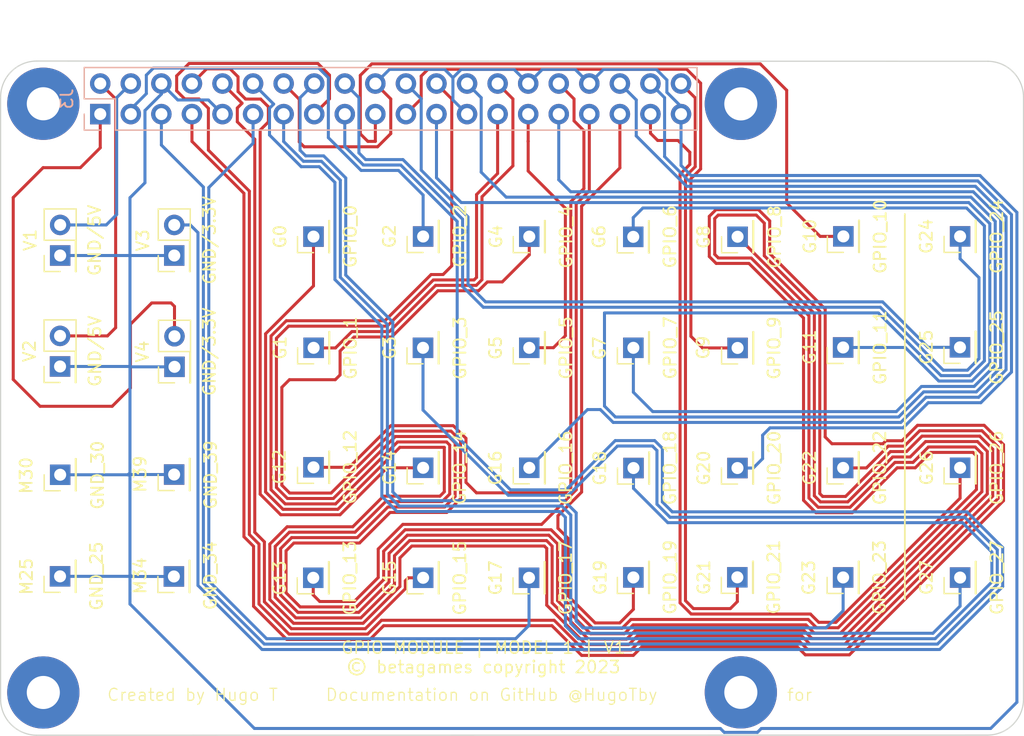
<source format=kicad_pcb>
(kicad_pcb (version 20221018) (generator pcbnew)
  (layers (0 "F.Cu" signal) (31 "B.Cu" signal) (34 "B.Paste" user) (35 "F.Paste" user) (36 "B.SilkS" user "B.Silkscreen") (37 "F.SilkS" user "F.Silkscreen") (38 "B.Mask" user) (39 "F.Mask" user) (44 "Edge.Cuts" user))
  (net 0 "")
  (net 1 "Net-(2-V4-Pin_2)")
  (net 2 "Net-(2-V2-Pin_2)")
  (net 3 "Net-(G2-Pin_1)")
  (net 4 "Net-(2-V1-Pin_2)")
  (net 5 "Net-(G3-Pin_1)")
  (net 6 "Net-(G4-Pin_1)")
  (net 7 "Net-(2-V1-Pin_1)")
  (net 8 "Net-(2-V3-Pin_2)")
  (net 9 "Net-(G10-Pin_1)")
  (net 10 "Net-(G9-Pin_1)")
  (net 11 "Net-(G11-Pin_1)")
  (net 12 "Net-(G8-Pin_1)")
  (net 13 "Net-(G7-Pin_1)")
  (net 14 "Net-(G0-Pin_1)")
  (net 15 "Net-(G1-Pin_1)")
  (net 16 "Net-(G5-Pin_1)")
  (net 17 "Net-(G6-Pin_1)")
  (net 18 "Net-(G12-Pin_1)")
  (net 19 "Net-(G13-Pin_1)")
  (net 20 "Net-(G14-Pin_1)")
  (net 21 "Net-(G15-Pin_1)")
  (net 22 "Net-(G17-Pin_1)")
  (net 23 "Net-(G18-Pin_1)")
  (net 24 "Net-(G27-Pin_1)")
  (net 25 "Net-(G22-Pin_1)")
  (net 26 "Net-(G23-Pin_1)")
  (net 27 "Net-(G24-Pin_1)")
  (net 28 "Net-(G25-Pin_1)")
  (net 29 "Net-(G19-Pin_1)")
  (net 30 "Net-(G16-Pin_1)")
  (net 31 "Net-(G26-Pin_1)")
  (net 32 "Net-(G20-Pin_1)")
  (net 33 "Net-(G21-Pin_1)")
  (footprint "Connector_PinHeader_2.54mm:PinHeader_1x01_P2.54mm_Vertical" (layer "F.Cu") (at 133.97 106.22 90)
    (fp_text reference "G15")
    (fp_text value "GPIO_15")
  )
  (footprint "Connector_PinHeader_2.54mm:PinHeader_1x01_P2.54mm_Vertical" (layer "F.Cu") (at 160.08 106.18 90)
    (fp_text reference "G21")
    (fp_text value "GPIO_21")
  )
  (footprint "Connector_PinHeader_2.54mm:PinHeader_1x01_P2.54mm_Vertical" (layer "F.Cu") (at 133.97 97.08 90)
    (fp_text reference "G14")
    (fp_text value "GPIO_14")
  )
  (footprint "Connector_PinHeader_2.54mm:PinHeader_1x01_P2.54mm_Vertical" (layer "F.Cu") (at 142.79 97.08 90)
    (fp_text reference "G16")
    (fp_text value "GPIO_16")
  )
  (footprint "Connector_PinHeader_2.54mm:PinHeader_1x01_P2.54mm_Vertical" (layer "F.Cu") (at 113.28 97.64 90)
    (fp_text reference "M39")
    (fp_text value "GND_39")
  )
  (footprint "Connector_PinHeader_2.54mm:PinHeader_1x01_P2.54mm_Vertical" (layer "F.Cu") (at 142.77 106.22 90)
    (fp_text reference "G17")
    (fp_text value "GPIO_17")
  )
  (footprint "Connector_PinHeader_2.54mm:PinHeader_1x01_P2.54mm_Vertical" (layer "F.Cu") (at 168.87 97.09 90)
    (fp_text reference "G22")
    (fp_text value "GPIO_22")
  )
  (footprint "Connector_PinHeader_2.54mm:PinHeader_1x01_P2.54mm_Vertical" (layer "F.Cu") (at 124.86 97.04 90)
    (fp_text reference "G12")
    (fp_text value "GPIO_12")
  )
  (footprint "Connector_PinHeader_2.54mm:PinHeader_1x01_P2.54mm_Vertical" (layer "F.Cu") (at 124.87 87.11 90)
    (fp_text reference "G1")
    (fp_text value "GPIO_1")
  )
  (footprint "Connector_PinHeader_2.54mm:PinHeader_1x01_P2.54mm_Vertical" (layer "F.Cu") (at 113.26 106.11 90)
    (fp_text reference "M34")
    (fp_text value "GND_34")
  )
  (footprint "Connector_PinHeader_2.54mm:PinHeader_1x01_P2.54mm_Vertical" (layer "F.Cu") (at 151.44 87.11 90)
    (fp_text reference "G7")
    (fp_text value "GPIO_7")
  )
  (footprint "Connector_PinHeader_2.54mm:PinHeader_1x01_P2.54mm_Vertical" (layer "F.Cu") (at 124.86 77.87 90)
    (fp_text reference "G0")
    (fp_text value "GPIO_0")
  )
  (footprint "Connector_PinHeader_2.54mm:PinHeader_1x01_P2.54mm_Vertical" (layer "F.Cu") (at 160.09 97.1 90)
    (fp_text reference "G20")
    (fp_text value "GPIO_20")
  )
  (footprint "Connector_PinHeader_2.54mm:PinHeader_1x01_P2.54mm_Vertical" (layer "F.Cu") (at 142.79 77.87 90)
    (fp_text reference "G4")
    (fp_text value "GPIO_4")
  )
  (footprint "Connector_PinHeader_2.54mm:PinHeader_1x01_P2.54mm_Vertical" (layer "F.Cu") (at 142.79 87.11 90)
    (fp_text reference "G5")
    (fp_text value "GPIO_5")
  )
  (footprint "Connector_PinHeader_2.54mm:PinHeader_1x01_P2.54mm_Vertical" (layer "F.Cu") (at 133.97 77.86 90)
    (fp_text reference "G2")
    (fp_text value "GPIO_2")
  )
  (footprint "Connector_PinHeader_2.54mm:PinHeader_1x01_P2.54mm_Vertical" (layer "F.Cu") (at 151.44 106.19 90)
    (fp_text reference "G19")
    (fp_text value "GPIO_19")
  )
  (footprint "Connector_PinHeader_2.54mm:PinHeader_1x01_P2.54mm_Vertical" (layer "F.Cu") (at 160.1 87.12 90)
    (fp_text reference "G9")
    (fp_text value "GPIO_9")
  )
  (footprint "Connector_PinHeader_2.54mm:PinHeader_1x01_P2.54mm_Vertical" (layer "F.Cu") (at 168.87 106.19 90)
    (fp_text reference "G23")
    (fp_text value "GPIO_23")
  )
  (footprint "Connector_PinHeader_2.54mm:PinHeader_1x01_P2.54mm_Vertical" (layer "F.Cu") (at 124.84 106.22 90)
    (fp_text reference "G13")
    (fp_text value "GPIO_13")
  )
  (footprint "Connector_PinHeader_2.54mm:PinHeader_1x01_P2.54mm_Vertical" (layer "F.Cu") (at 178.58 87.07 90)
    (fp_text reference "G25")
    (fp_text value "GPIO_25")
  )
  (footprint "Connector_PinHeader_2.54mm:PinHeader_1x01_P2.54mm_Vertical" (layer "F.Cu") (at 178.59 106.2 90)
    (fp_text reference "G27")
    (fp_text value "GPIO_27")
  )
  (footprint "Connector_PinHeader_2.54mm:PinHeader_1x01_P2.54mm_Vertical" (layer "F.Cu") (at 160.1 77.88 90)
    (fp_text reference "G8")
    (fp_text value "GPIO_8")
  )
  (footprint "Connector_PinHeader_2.54mm:PinHeader_1x01_P2.54mm_Vertical" (layer "F.Cu") (at 151.45 97.1 90)
    (fp_text reference "G18")
    (fp_text value "GPIO_18")
  )
  (footprint "Connector_PinHeader_2.54mm:PinHeader_1x01_P2.54mm_Vertical" (layer "F.Cu") (at 151.43 77.89 90)
    (fp_text reference "G6")
    (fp_text value "GPIO_6")
  )
  (footprint "Connector_PinHeader_2.54mm:PinHeader_2x01_P2.54mm_Vertical" (layer "F.Cu") (at 113.29 79.44 90)
    (fp_text reference "V3")
    (fp_text value "GND/3.3V")
  )
  (footprint "Connector_PinHeader_2.54mm:PinHeader_1x01_P2.54mm_Vertical" (layer "F.Cu") (at 133.96 87.11 90)
    (fp_text reference "G3")
    (fp_text value "GPIO_3")
  )
  (footprint "Connector_PinHeader_2.54mm:PinHeader_1x01_P2.54mm_Vertical" (layer "F.Cu") (at 103.81 97.66 90)
    (fp_text reference "M30")
    (fp_text value "GND_30")
  )
  (footprint "Connector_PinHeader_2.54mm:PinHeader_2x01_P2.54mm_Vertical" (layer "F.Cu") (at 103.8 88.66 90)
    (fp_text reference "V2")
    (fp_text value "GND/5V")
  )
  (footprint "Connector_PinHeader_2.54mm:PinHeader_2x01_P2.54mm_Vertical" (layer "F.Cu") (at 103.81 79.44 90)
    (fp_text reference "V1")
    (fp_text value "GND/5V")
  )
  (footprint "Connector_PinHeader_2.54mm:PinHeader_1x01_P2.54mm_Vertical" (layer "F.Cu") (at 178.59 97.08 90)
    (fp_text reference "G26")
    (fp_text value "GPIO_26")
  )
  (footprint "Connector_PinHeader_2.54mm:PinHeader_1x01_P2.54mm_Vertical" (layer "F.Cu") (at 103.8 106.1 90)
    (fp_text reference "M25")
    (fp_text value "GND_25")
  )
  (footprint "Connector_PinHeader_2.54mm:PinHeader_2x01_P2.54mm_Vertical" (layer "F.Cu") (at 113.31 88.69 90)
    (fp_text reference "V4")
    (fp_text value "GND/3.3V")
  )
  (footprint "Connector_PinHeader_2.54mm:PinHeader_1x01_P2.54mm_Vertical" (layer "F.Cu") (at 168.87 87.08 90)
    (fp_text reference "G11")
    (fp_text value "GPIO_11")
  )
  (footprint "Connector_PinHeader_2.54mm:PinHeader_1x01_P2.54mm_Vertical" (layer "F.Cu") (at 168.89 77.85 90)
    (fp_text reference "G10")
    (fp_text value "GPIO_10")
  )
  (footprint "Connector_PinHeader_2.54mm:PinHeader_1x01_P2.54mm_Vertical" (layer "F.Cu") (at 178.59 77.85 90)
    (fp_text reference "G24")
    (fp_text value "GPIO_24")
  )
  (footprint "Connector_PinSocket_2.54mm:PinSocket_2x20_P2.54mm_Vertical" (layer "B.Cu") (at 107.14 67.69 -90)
    (fp_text reference "J3")
    (fp_text value "Raspberry_Pi_2_3")
  )
  (gr_line (start 174 76) (end 174 108) (stroke (width 0.15)) (layer "F.SilkS"))
  (gr_line (start 180.87 119.29) (end 101.839897 119.300264) (stroke (width 0.1)) (layer "Edge.Cuts"))
  (gr_arc (start 180.909872 63.299447) (mid 182.974148 64.164545) (end 183.86 66.22) (stroke (width 0.1)) (layer "Edge.Cuts"))
  (gr_line (start 101.87 63.28) (end 180.909872 63.299447) (stroke (width 0.1)) (layer "Edge.Cuts"))
  (gr_line (start 183.86 66.22) (end 183.859795 116.269951) (stroke (width 0.1)) (layer "Edge.Cuts"))
  (gr_arc (start 98.86 66.29) (mid 99.741609 64.161609) (end 101.87 63.28) (stroke (width 0.1)) (layer "Edge.Cuts"))
  (gr_arc (start 183.859795 116.269951) (mid 182.991832 118.400643) (end 180.87 119.29) (stroke (width 0.1)) (layer "Edge.Cuts"))
  (gr_arc (start 101.839897 119.300264) (mid 99.748362 118.425708) (end 98.86 116.34) (stroke (width 0.1)) (layer "Edge.Cuts"))
  (gr_line (start 98.86 116.34) (end 98.86 66.29) (stroke (width 0.1)) (layer "Edge.Cuts"))
  (gr_text "GPIO MODULE | MODEL 1 | V1\n© betagames copyright 2023" (at 138.98 114.22) (layer "F.SilkS") (effects (font (size 1 1) (thickness 0.13)) (justify bottom)))
  (gr_text "Documentation on GitHub @HugoTby" (at 125.81 116.53) (layer "F.SilkS") (effects (font (size 1 1) (thickness 0.1)) (justify left bottom)))
  (gr_text "for" (at 164.14 116.53) (layer "F.SilkS") (effects (font (size 1 1) (thickness 0.1)) (justify left bottom)))
  (gr_text "Created by Hugo T" (at 107.65 116.53) (layer "F.SilkS") (effects (font (size 1 1) (thickness 0.1)) (justify left bottom)))
  (via (at 160.37 66.84) (size 6) (drill 2.75) (layers "F.Cu" "B.Cu") (net 0))
  (via (at 102.41 66.83) (size 6) (drill 2.75) (layers "F.Cu" "B.Cu") (net 0))
  (via (at 160.37 115.74) (size 6) (drill 2.75) (layers "F.Cu" "B.Cu") (net 0))
  (via (at 102.41 115.75) (size 6) (drill 2.75) (layers "F.Cu" "B.Cu") (net 0))
  (segment (start 111.42 83.38) (end 113.02 83.38) (width 0.25) (layer "F.Cu") (net 1))
  (segment (start 108.13 91.97) (end 109.65 90.45) (width 0.25) (layer "F.Cu") (net 1))
  (segment (start 105.49 72.14) (end 102.39 72.14) (width 0.25) (layer "F.Cu") (net 1))
  (segment (start 107.14 70.49) (end 105.49 72.14) (width 0.25) (layer "F.Cu") (net 1))
  (segment (start 99.91 89.74) (end 102.14 91.97) (width 0.25) (layer "F.Cu") (net 1))
  (segment (start 107.14 67.69) (end 107.14 70.49) (width 0.25) (layer "F.Cu") (net 1))
  (segment (start 99.91 74.62) (end 99.91 89.74) (width 0.25) (layer "F.Cu") (net 1))
  (segment (start 102.39 72.14) (end 99.91 74.62) (width 0.25) (layer "F.Cu") (net 1))
  (segment (start 113.02 83.38) (end 113.31 83.67) (width 0.25) (layer "F.Cu") (net 1))
  (segment (start 113.31 83.67) (end 113.31 86.15) (width 0.25) (layer "F.Cu") (net 1))
  (segment (start 102.14 91.97) (end 108.13 91.97) (width 0.25) (layer "F.Cu") (net 1))
  (segment (start 109.65 90.45) (end 109.65 85.15) (width 0.25) (layer "F.Cu") (net 1))
  (segment (start 109.65 85.15) (end 111.42 83.38) (width 0.25) (layer "F.Cu") (net 1))
  (segment (start 107.74 86.12) (end 103.8 86.12) (width 0.25) (layer "F.Cu") (net 2))
  (segment (start 108.42 85.44) (end 107.74 86.12) (width 0.25) (layer "F.Cu") (net 2))
  (segment (start 108.42 66.43) (end 108.42 85.44) (width 0.25) (layer "F.Cu") (net 2))
  (segment (start 107.14 65.15) (end 108.42 66.43) (width 0.25) (layer "F.Cu") (net 2))
  (segment (start 111.56 63.86) (end 110.97 64.45) (width 0.25) (layer "B.Cu") (net 3))
  (segment (start 125.291701 63.86) (end 111.56 63.86) (width 0.25) (layer "B.Cu") (net 3))
  (segment (start 109.68 67.28) (end 109.68 67.69) (width 0.25) (layer "B.Cu") (net 3))
  (segment (start 128.817208 72.37) (end 126.095 69.647792) (width 0.25) (layer "B.Cu") (net 3))
  (segment (start 126.095 64.663299) (end 125.291701 63.86) (width 0.25) (layer "B.Cu") (net 3))
  (segment (start 133.97 77.86) (end 133.97 74.416396) (width 0.25) (layer "B.Cu") (net 3))
  (segment (start 110.97 65.99) (end 109.68 67.28) (width 0.25) (layer "B.Cu") (net 3))
  (segment (start 110.97 64.45) (end 110.97 65.99) (width 0.25) (layer "B.Cu") (net 3))
  (segment (start 126.095 69.647792) (end 126.095 64.663299) (width 0.25) (layer "B.Cu") (net 3))
  (segment (start 133.97 74.416396) (end 131.923604 72.37) (width 0.25) (layer "B.Cu") (net 3))
  (segment (start 131.923604 72.37) (end 128.817208 72.37) (width 0.25) (layer "B.Cu") (net 3))
  (segment (start 109.68 65.15) (end 108.505 66.325) (width 0.25) (layer "B.Cu") (net 4))
  (segment (start 107.64 76.9) (end 103.81 76.9) (width 0.25) (layer "B.Cu") (net 4))
  (segment (start 108.505 66.325) (end 108.505 76.035) (width 0.25) (layer "B.Cu") (net 4))
  (segment (start 108.505 76.035) (end 107.64 76.9) (width 0.25) (layer "B.Cu") (net 4))
  (segment (start 181.68 106.756396) (end 181.68 103.893604) (width 0.25) (layer "B.Cu") (net 5))
  (segment (start 115.71 73.75) (end 115.71 106.666396) (width 0.25) (layer "B.Cu") (net 5))
  (segment (start 181.68 103.893604) (end 178.976396 101.19) (width 0.25) (layer "B.Cu") (net 5))
  (segment (start 115.71 106.666396) (end 120.773604 111.73) (width 0.25) (layer "B.Cu") (net 5))
  (segment (start 153.023604 95.27) (end 150.12 95.27) (width 0.25) (layer "B.Cu") (net 5))
  (segment (start 154.486396 101.19) (end 153.4 100.103604) (width 0.25) (layer "B.Cu") (net 5))
  (segment (start 178.976396 101.19) (end 154.486396 101.19) (width 0.25) (layer "B.Cu") (net 5))
  (segment (start 120.773604 111.73) (end 176.706396 111.73) (width 0.25) (layer "B.Cu") (net 5))
  (segment (start 133.96 92.28) (end 133.96 87.11) (width 0.25) (layer "B.Cu") (net 5))
  (segment (start 112.22 70.26) (end 115.71 73.75) (width 0.25) (layer "B.Cu") (net 5))
  (segment (start 153.4 95.646396) (end 153.023604 95.27) (width 0.25) (layer "B.Cu") (net 5))
  (segment (start 153.4 100.103604) (end 153.4 95.646396) (width 0.25) (layer "B.Cu") (net 5))
  (segment (start 176.706396 111.73) (end 181.68 106.756396) (width 0.25) (layer "B.Cu") (net 5))
  (segment (start 150.12 95.27) (end 146.03 99.36) (width 0.25) (layer "B.Cu") (net 5))
  (segment (start 146.03 99.36) (end 141.04 99.36) (width 0.25) (layer "B.Cu") (net 5))
  (segment (start 141.04 99.36) (end 133.96 92.28) (width 0.25) (layer "B.Cu") (net 5))
  (segment (start 112.22 67.69) (end 112.22 70.26) (width 0.25) (layer "B.Cu") (net 5))
  (segment (start 182.200406 99.812386) (end 169.392792 112.62) (width 0.25) (layer "F.Cu") (net 6))
  (segment (start 122.23 90.39) (end 122.23 98.527208) (width 0.25) (layer "F.Cu") (net 6))
  (segment (start 166.610812 100.81) (end 165.58 99.779188) (width 0.25) (layer "F.Cu") (net 6))
  (segment (start 119.08 102.806396) (end 119.08 74.275) (width 0.25) (layer "F.Cu") (net 6))
  (segment (start 175.047208 93.55) (end 180.59198 93.55) (width 0.25) (layer "F.Cu") (net 6))
  (segment (start 128.235 86.21) (end 127.07 87.375) (width 0.25) (layer "F.Cu") (net 6))
  (segment (start 131.473604 94.03) (end 136.289188 94.03) (width 0.25) (layer "F.Cu") (net 6))
  (segment (start 157.75 79.526396) (end 157.75 76.183604) (width 0.25) (layer "F.Cu") (net 6))
  (segment (start 137.08 94.820812) (end 137.08 99.646396) (width 0.25) (layer "F.Cu") (net 6))
  (segment (start 129.54198 111.35) (end 122.644416 111.35) (width 0.25) (layer "F.Cu") (net 6))
  (segment (start 144.602792 102.23) (end 145.59 103.217208) (width 0.25) (layer "F.Cu") (net 6))
  (segment (start 165.034416 111.93) (end 152.17198 111.93) (width 0.25) (layer "F.Cu") (net 6))
  (segment (start 150.5 110.42) (end 151.24 109.68) (width 0.25) (layer "F.Cu") (net 6))
  (segment (start 130.69198 110.2) (end 129.54198 111.35) (width 0.25) (layer "F.Cu") (net 6))
  (segment (start 126.323604 99.18) (end 131.473604 94.03) (width 0.25) (layer "F.Cu") (net 6))
  (segment (start 139.31 81.632792) (end 138.572792 82.37) (width 0.25) (layer "F.Cu") (net 6))
  (segment (start 119.88 103.606396) (end 119.08 102.806396) (width 0.25) (layer "F.Cu") (net 6))
  (segment (start 137.08 99.646396) (end 135.936396 100.79) (width 0.25) (layer "F.Cu") (net 6))
  (segment (start 168.460812 110.37) (end 179.950406 98.880406) (width 0.25) (layer "F.Cu") (net 6))
  (segment (start 136.289188 94.03) (end 137.08 94.820812) (width 0.25) (layer "F.Cu") (net 6))
  (segment (start 123.229188 103.33) (end 122.58 103.979188) (width 0.25) (layer "F.Cu") (net 6))
  (segment (start 166.656396 110.37) (end 168.460812 110.37) (width 0.25) (layer "F.Cu") (net 6))
  (segment (start 131.225584 100.79) (end 128.685584 103.33) (width 0.25) (layer "F.Cu") (net 6))
  (segment (start 176.146396 95.8) (end 174.866396 97.08) (width 0.25) (layer "F.Cu") (net 6))
  (segment (start 152.17198 111.93) (end 151.43198 112.67) (width 0.25) (layer "F.Cu") (net 6))
  (segment (start 151.43198 112.67) (end 147.144416 112.67) (width 0.25) (layer "F.Cu") (net 6))
  (segment (start 119.88 108.585584) (end 119.88 103.606396) (width 0.25) (layer "F.Cu") (net 6))
  (segment (start 142.79 79.39) (end 140.547208 81.632792) (width 0.25) (layer "F.Cu") (net 6))
  (segment (start 147.144416 112.67) (end 144.674416 110.2) (width 0.25) (layer "F.Cu") (net 6))
  (segment (start 165.724416 112.62) (end 165.034416 111.93) (width 0.25) (layer "F.Cu") (net 6))
  (segment (start 172.430812 94.83) (end 173.767208 94.83) (width 0.25) (layer "F.Cu") (net 6))
  (segment (start 145.59 103.217208) (end 145.59 107.933604) (width 0.25) (layer "F.Cu") (net 6))
  (segment (start 158.303604 75.63) (end 161.836396 75.63) (width 0.25) (layer "F.Cu") (net 6))
  (segment (start 161.836396 75.63) (end 162.77 76.563604) (width 0.25) (layer "F.Cu") (net 6))
  (segment (start 173.767208 94.83) (end 175.047208 93.55) (width 0.25) (layer "F.Cu") (net 6))
  (segment (start 165.58 99.779188) (end 165.58 84.632792) (width 0.25) (layer "F.Cu") (net 6))
  (segment (start 126.67 89.76) (end 122.86 89.76) (width 0.25) (layer "F.Cu") (net 6))
  (segment (start 114.76 69.955) (end 114.76 67.7) (width 0.25) (layer "F.Cu") (net 6))
  (segment (start 169.632792 100.81) (end 166.610812 100.81) (width 0.25) (layer "F.Cu") (net 6))
  (segment (start 162.77 79.273604) (end 167.38 83.883604) (width 0.25) (layer "F.Cu") (net 6))
  (segment (start 144.674416 110.2) (end 130.69198 110.2) (width 0.25) (layer "F.Cu") (net 6))
  (segment (start 142.79 77.87) (end 142.79 79.39) (width 0.25) (layer "F.Cu") (net 6))
  (segment (start 122.644416 111.35) (end 119.88 108.585584) (width 0.25) (layer "F.Cu") (net 6))
  (segment (start 128.433604 108.64) (end 130.69 106.383604) (width 0.25) (layer "F.Cu") (net 6))
  (segment (start 131.352792 86.21) (end 128.235 86.21) (width 0.25) (layer "F.Cu") (net 6))
  (segment (start 174.866396 97.08) (end 173.362792 97.08) (width 0.25) (layer "F.Cu") (net 6))
  (segment (start 122.58 107.467208) (end 123.752792 108.64) (width 0.25) (layer "F.Cu") (net 6))
  (segment (start 169.392792 112.62) (end 165.724416 112.62) (width 0.25) (layer "F.Cu") (net 6))
  (segment (start 167.38 94.52) (end 167.94 95.08) (width 0.25) (layer "F.Cu") (net 6))
  (segment (start 179.950406 96.090406) (end 179.66 95.8) (width 0.25) (layer "F.Cu") (net 6))
  (segment (start 128.685584 103.33) (end 123.229188 103.33) (width 0.25) (layer "F.Cu") (net 6))
  (segment (start 132.470812 102.23) (end 144.602792 102.23) (width 0.25) (layer "F.Cu") (net 6))
  (segment (start 123.752792 108.64) (end 128.433604 108.64) (width 0.25) (layer "F.Cu") (net 6))
  (segment (start 148.076396 110.42) (end 150.5 110.42) (width 0.25) (layer "F.Cu") (net 6))
  (segment (start 135.192792 82.37) (end 131.352792 86.21) (width 0.25) (layer "F.Cu") (net 6))
  (segment (start 151.24 109.68) (end 165.966396 109.68) (width 0.25) (layer "F.Cu") (net 6))
  (segment (start 165.966396 109.68) (end 166.656396 110.37) (width 0.25) (layer "F.Cu") (net 6))
  (segment (start 122.23 98.527208) (end 122.882792 99.18) (width 0.25) (layer "F.Cu") (net 6))
  (segment (start 179.66 95.8) (end 176.146396 95.8) (width 0.25) (layer "F.Cu") (net 6))
  (segment (start 122.86 89.76) (end 122.23 90.39) (width 0.25) (layer "F.Cu") (net 6))
  (segment (start 140.547208 81.632792) (end 139.31 81.632792) (width 0.25) (layer "F.Cu") (net 6))
  (segment (start 119.08 74.275) (end 114.76 69.955) (width 0.25) (layer "F.Cu") (net 6))
  (segment (start 180.59198 93.55) (end 182.200406 95.158426) (width 0.25) (layer "F.Cu") (net 6))
  (segment (start 122.882792 99.18) (end 126.323604 99.18) (width 0.25) (layer "F.Cu") (net 6))
  (segment (start 127.07 87.375) (end 127.07 89.36) (width 0.25) (layer "F.Cu") (net 6))
  (segment (start 122.58 103.979188) (end 122.58 107.467208) (width 0.25) (layer "F.Cu") (net 6))
  (segment (start 127.07 89.36) (end 126.67 89.76) (width 0.25) (layer "F.Cu") (net 6))
  (segment (start 167.38 83.883604) (end 167.38 94.52) (width 0.25) (layer "F.Cu") (net 6))
  (segment (start 182.200406 95.158426) (end 182.200406 99.812386) (width 0.25) (layer "F.Cu") (net 6))
  (segment (start 135.936396 100.79) (end 131.225584 100.79) (width 0.25) (layer "F.Cu") (net 6))
  (segment (start 167.94 95.08) (end 172.180812 95.08) (width 0.25) (layer "F.Cu") (net 6))
  (segment (start 138.572792 82.37) (end 135.192792 82.37) (width 0.25) (layer "F.Cu") (net 6))
  (segment (start 130.69 106.383604) (end 130.69 104.010812) (width 0.25) (layer "F.Cu") (net 6))
  (segment (start 172.180812 95.08) (end 172.430812 94.83) (width 0.25) (layer "F.Cu") (net 6))
  (segment (start 165.58 84.632792) (end 161.04401 80.096802) (width 0.25) (layer "F.Cu") (net 6))
  (segment (start 130.69 104.010812) (end 132.470812 102.23) (width 0.25) (layer "F.Cu") (net 6))
  (segment (start 173.362792 97.08) (end 169.632792 100.81) (width 0.25) (layer "F.Cu") (net 6))
  (segment (start 157.75 76.183604) (end 158.303604 75.63) (width 0.25) (layer "F.Cu") (net 6))
  (segment (start 162.77 76.563604) (end 162.77 79.273604) (width 0.25) (layer "F.Cu") (net 6))
  (segment (start 145.59 107.933604) (end 148.076396 110.42) (width 0.25) (layer "F.Cu") (net 6))
  (segment (start 158.320406 80.096802) (end 157.75 79.526396) (width 0.25) (layer "F.Cu") (net 6))
  (segment (start 161.04401 80.096802) (end 158.320406 80.096802) (width 0.25) (layer "F.Cu") (net 6))
  (segment (start 179.950406 98.880406) (end 179.950406 96.090406) (width 0.25) (layer "F.Cu") (net 6))
  (segment (start 122.38 65.16) (end 123.68 66.46) (width 0.25) (layer "F.Cu") (net 7))
  (segment (start 123.68 66.46) (end 123.68 70.005) (width 0.25) (layer "F.Cu") (net 7))
  (segment (start 131.28 66.43) (end 130 65.15) (width 0.25) (layer "F.Cu") (net 7))
  (segment (start 131.28 69.311396) (end 131.28 66.43) (width 0.25) (layer "F.Cu") (net 7))
  (segment (start 124.08 70.405) (end 130.186396 70.405) (width 0.25) (layer "F.Cu") (net 7))
  (segment (start 123.68 70.005) (end 124.08 70.405) (width 0.25) (layer "F.Cu") (net 7))
  (segment (start 130.186396 70.405) (end 131.28 69.311396) (width 0.25) (layer "F.Cu") (net 7))
  (segment (start 155.4 71.95) (end 156.24 72.79) (width 0.25) (layer "B.Cu") (net 7))
  (segment (start 113.31 88.69) (end 109.63 88.69) (width 0.25) (layer "B.Cu") (net 7))
  (segment (start 154.225 64.853299) (end 154.225 65.878604) (width 0.25) (layer "B.Cu") (net 7))
  (segment (start 109.61 97.5) (end 109.61 105.96) (width 0.25) (layer "B.Cu") (net 7))
  (segment (start 112.22 65.15) (end 113.585 66.515) (width 0.25) (layer "B.Cu") (net 7))
  (segment (start 109.61 74.64) (end 109.61 79.42) (width 0.25) (layer "B.Cu") (net 7))
  (segment (start 103.8 106.1) (end 109.6 106.1) (width 0.25) (layer "B.Cu") (net 7))
  (segment (start 131.175 63.975) (end 130 65.15) (width 0.25) (layer "B.Cu") (net 7))
  (segment (start 109.6 106.1) (end 109.61 106.11) (width 0.25) (layer "B.Cu") (net 7))
  (segment (start 141.525 63.975) (end 137.133299 63.975) (width 0.25) (layer "B.Cu") (net 7))
  (segment (start 109.76 106.11) (end 109.61 105.96) (width 0.25) (layer "B.Cu") (net 7))
  (segment (start 142.7 65.15) (end 141.525 63.975) (width 0.25) (layer "B.Cu") (net 7))
  (segment (start 154.225 65.878604) (end 155.4 67.053604) (width 0.25) (layer "B.Cu") (net 7))
  (segment (start 147.78 65.15) (end 148.955 63.975) (width 0.25) (layer "B.Cu") (net 7))
  (segment (start 155.4 67.69) (end 155.4 71.95) (width 0.25) (layer "B.Cu") (net 7))
  (segment (start 113.28 97.64) (end 109.47 97.64) (width 0.25) (layer "B.Cu") (net 7))
  (segment (start 119.95 118.74) (end 109.61 108.4) (width 0.25) (layer "B.Cu") (net 7))
  (segment (start 146.605 63.975) (end 143.875 63.975) (width 0.25) (layer "B.Cu") (net 7))
  (segment (start 113.29 79.44) (end 109.63 79.44) (width 0.25) (layer "B.Cu") (net 7))
  (segment (start 109.59 79.44) (end 109.61 79.42) (width 0.25) (layer "B.Cu") (net 7))
  (segment (start 181.13 118.74) (end 162.072261 118.74) (width 0.25) (layer "B.Cu") (net 7))
  (segment (start 162.072261 118.74) (end 161.747261 119.065) (width 0.25) (layer "B.Cu") (net 7))
  (segment (start 183.31 75.85802) (end 183.31 116.56) (width 0.25) (layer "B.Cu") (net 7))
  (segment (start 136.445 66.515) (end 137.62 67.69) (width 0.25) (layer "B.Cu") (net 7))
  (segment (start 110.855 73.395) (end 109.61 74.64) (width 0.25) (layer "B.Cu") (net 7))
  (segment (start 109.63 79.44) (end 109.61 79.42) (width 0.25) (layer "B.Cu") (net 7))
  (segment (start 109.6 88.66) (end 109.61 88.65) (width 0.25) (layer "B.Cu") (net 7))
  (segment (start 113.585 66.515) (end 116.125 66.515) (width 0.25) (layer "B.Cu") (net 7))
  (segment (start 109.63 88.69) (end 109.6 88.66) (width 0.25) (layer "B.Cu") (net 7))
  (segment (start 155.4 67.053604) (end 155.4 67.69) (width 0.25) (layer "B.Cu") (net 7))
  (segment (start 103.81 79.44) (end 109.59 79.44) (width 0.25) (layer "B.Cu") (net 7))
  (segment (start 156.24 72.79) (end 180.24198 72.79) (width 0.25) (layer "B.Cu") (net 7))
  (segment (start 109.61 105.96) (end 109.61 106.11) (width 0.25) (layer "B.Cu") (net 7))
  (segment (start 112.22 65.15) (end 112.22 66.028299) (width 0.25) (layer "B.Cu") (net 7))
  (segment (start 148.955 63.975) (end 153.346701 63.975) (width 0.25) (layer "B.Cu") (net 7))
  (segment (start 147.78 65.15) (end 146.605 63.975) (width 0.25) (layer "B.Cu") (net 7))
  (segment (start 158.992739 119.065) (end 158.667739 118.74) (width 0.25) (layer "B.Cu") (net 7))
  (segment (start 103.81 97.66) (end 109.45 97.66) (width 0.25) (layer "B.Cu") (net 7))
  (segment (start 109.61 88.65) (end 109.61 97.5) (width 0.25) (layer "B.Cu") (net 7))
  (segment (start 183.31 116.56) (end 181.13 118.74) (width 0.25) (layer "B.Cu") (net 7))
  (segment (start 137.133299 63.975) (end 136.445 64.663299) (width 0.25) (layer "B.Cu") (net 7))
  (segment (start 143.875 63.975) (end 142.7 65.15) (width 0.25) (layer "B.Cu") (net 7))
  (segment (start 136.445 64.663299) (end 135.756701 63.975) (width 0.25) (layer "B.Cu") (net 7))
  (segment (start 109.61 79.42) (end 109.61 88.65) (width 0.25) (layer "B.Cu") (net 7))
  (segment (start 109.61 108.4) (end 109.61 106.11) (width 0.25) (layer "B.Cu") (net 7))
  (segment (start 153.346701 63.975) (end 154.225 64.853299) (width 0.25) (layer "B.Cu") (net 7))
  (segment (start 103.8 88.66) (end 109.6 88.66) (width 0.25) (layer "B.Cu") (net 7))
  (segment (start 109.47 97.64) (end 109.45 97.66) (width 0.25) (layer "B.Cu") (net 7))
  (segment (start 180.24198 72.79) (end 183.31 75.85802) (width 0.25) (layer "B.Cu") (net 7))
  (segment (start 136.445 64.663299) (end 136.445 66.515) (width 0.25) (layer "B.Cu") (net 7))
  (segment (start 116.125 66.515) (end 117.3 67.69) (width 0.25) (layer "B.Cu") (net 7))
  (segment (start 135.756701 63.975) (end 131.175 63.975) (width 0.25) (layer "B.Cu") (net 7))
  (segment (start 158.667739 118.74) (end 119.95 118.74) (width 0.25) (layer "B.Cu") (net 7))
  (segment (start 161.747261 119.065) (end 158.992739 119.065) (width 0.25) (layer "B.Cu") (net 7))
  (segment (start 112.22 66.028299) (end 110.855 67.393299) (width 0.25) (layer "B.Cu") (net 7))
  (segment (start 110.855 67.393299) (end 110.855 73.395) (width 0.25) (layer "B.Cu") (net 7))
  (segment (start 113.26 106.11) (end 109.76 106.11) (width 0.25) (layer "B.Cu") (net 7))
  (segment (start 109.45 97.66) (end 109.61 97.5) (width 0.25) (layer "B.Cu") (net 7))
  (segment (start 127.46 67.69) (end 127.46 70.376396) (width 0.25) (layer "B.Cu") (net 8))
  (segment (start 153.21 94.82) (end 153.85 95.46) (width 0.25) (layer "B.Cu") (net 8))
  (segment (start 149.933604 94.82) (end 153.21 94.82) (width 0.25) (layer "B.Cu") (net 8))
  (segment (start 115.26 106.852792) (end 115.26 77.54) (width 0.25) (layer "B.Cu") (net 8))
  (segment (start 129.003604 71.92) (end 132.11 71.92) (width 0.25) (layer "B.Cu") (net 8))
  (segment (start 153.85 99.917208) (end 154.672792 100.74) (width 0.25) (layer "B.Cu") (net 8))
  (segment (start 115.26 77.54) (end 114.6 76.88) (width 0.25) (layer "B.Cu") (net 8))
  (segment (start 136.8 76.61) (end 136.8 94.483604) (width 0.25) (layer "B.Cu") (net 8))
  (segment (start 153.85 95.46) (end 153.85 99.917208) (width 0.25) (layer "B.Cu") (net 8))
  (segment (start 145.843604 98.91) (end 149.933604 94.82) (width 0.25) (layer "B.Cu") (net 8))
  (segment (start 182.13 103.707208) (end 182.13 106.942792) (width 0.25) (layer "B.Cu") (net 8))
  (segment (start 114.6 76.88) (end 114.58 76.9) (width 0.25) (layer "B.Cu") (net 8))
  (segment (start 182.13 106.942792) (end 176.892792 112.18) (width 0.25) (layer "B.Cu") (net 8))
  (segment (start 141.226396 98.91) (end 145.843604 98.91) (width 0.25) (layer "B.Cu") (net 8))
  (segment (start 154.672792 100.74) (end 179.162792 100.74) (width 0.25) (layer "B.Cu") (net 8))
  (segment (start 127.46 70.376396) (end 129.003604 71.92) (width 0.25) (layer "B.Cu") (net 8))
  (segment (start 114.58 76.9) (end 113.29 76.9) (width 0.25) (layer "B.Cu") (net 8))
  (segment (start 179.162792 100.74) (end 182.13 103.707208) (width 0.25) (layer "B.Cu") (net 8))
  (segment (start 136.8 94.483604) (end 141.226396 98.91) (width 0.25) (layer "B.Cu") (net 8))
  (segment (start 120.587208 112.18) (end 115.26 106.852792) (width 0.25) (layer "B.Cu") (net 8))
  (segment (start 176.892792 112.18) (end 120.587208 112.18) (width 0.25) (layer "B.Cu") (net 8))
  (segment (start 132.11 71.92) (end 136.8 76.61) (width 0.25) (layer "B.Cu") (net 8))
  (segment (start 168.89 77.85) (end 166.96 77.85) (width 0.25) (layer "F.Cu") (net 9))
  (segment (start 164.18 65.71) (end 161.985 63.515) (width 0.25) (layer "F.Cu") (net 9))
  (segment (start 129.705 63.515) (end 128.75 64.47) (width 0.25) (layer "F.Cu") (net 9))
  (segment (start 128.75 69.33) (end 129.375 69.955) (width 0.25) (layer "F.Cu") (net 9))
  (segment (start 130 69.955) (end 130 67.7) (width 0.25) (layer "F.Cu") (net 9))
  (segment (start 128.75 64.47) (end 128.75 69.33) (width 0.25) (layer "F.Cu") (net 9))
  (segment (start 129.375 69.955) (end 130 69.955) (width 0.25) (layer "F.Cu") (net 9))
  (segment (start 166.96 77.85) (end 164.18 75.07) (width 0.25) (layer "F.Cu") (net 9))
  (segment (start 164.18 75.07) (end 164.18 65.71) (width 0.25) (layer "F.Cu") (net 9))
  (segment (start 161.985 63.515) (end 129.705 63.515) (width 0.25) (layer "F.Cu") (net 9))
  (segment (start 157.19 87.12) (end 156.22 86.15) (width 0.25) (layer "F.Cu") (net 10))
  (segment (start 133.81 66.42) (end 132.54 67.69) (width 0.25) (layer "F.Cu") (net 10))
  (segment (start 133.81 64.53) (end 133.81 66.42) (width 0.25) (layer "F.Cu") (net 10))
  (segment (start 134.375 63.965) (end 133.81 64.53) (width 0.25) (layer "F.Cu") (net 10))
  (segment (start 157.03 72.246396) (end 157.03 65.118299) (width 0.25) (layer "F.Cu") (net 10))
  (segment (start 156.22 73.056396) (end 157.03 72.246396) (width 0.25) (layer "F.Cu") (net 10))
  (segment (start 160.1 87.12) (end 157.19 87.12) (width 0.25) (layer "F.Cu") (net 10))
  (segment (start 155.876701 63.965) (end 134.375 63.965) (width 0.25) (layer "F.Cu") (net 10))
  (segment (start 157.03 65.118299) (end 155.876701 63.965) (width 0.25) (layer "F.Cu") (net 10))
  (segment (start 156.22 86.15) (end 156.22 73.056396) (width 0.25) (layer "F.Cu") (net 10))
  (segment (start 168.87 87.08) (end 174.03 87.08) (width 0.25) (layer "B.Cu") (net 11))
  (segment (start 135.08 72.980812) (end 135.08 67.69) (width 0.25) (layer "B.Cu") (net 11))
  (segment (start 181.06 88.38) (end 181.06 76.79) (width 0.25) (layer "B.Cu") (net 11))
  (segment (start 174.03 87.08) (end 176.82 89.87) (width 0.25) (layer "B.Cu") (net 11))
  (segment (start 181.06 76.79) (end 179.31 75.04) (width 0.25) (layer "B.Cu") (net 11))
  (segment (start 179.31 75.04) (end 137.139188 75.04) (width 0.25) (layer "B.Cu") (net 11))
  (segment (start 179.57 89.87) (end 181.06 88.38) (width 0.25) (layer "B.Cu") (net 11))
  (segment (start 137.139188 75.04) (end 135.08 72.980812) (width 0.25) (layer "B.Cu") (net 11))
  (segment (start 176.82 89.87) (end 179.57 89.87) (width 0.25) (layer "B.Cu") (net 11))
  (segment (start 135.08 65.16) (end 136.35 66.43) (width 0.25) (layer "F.Cu") (net 12))
  (segment (start 166.983604 99.91) (end 166.48 99.406396) (width 0.25) (layer "F.Cu") (net 12))
  (segment (start 128.796396 109.55) (end 131.59 106.756396) (width 0.25) (layer "F.Cu") (net 12))
  (segment (start 175.723604 94.9) (end 174.443604 96.18) (width 0.25) (layer "F.Cu") (net 12))
  (segment (start 126.696396 100.08) (end 131.846396 94.93) (width 0.25) (layer "F.Cu") (net 12))
  (segment (start 174.443604 96.18) (end 172.99 96.18) (width 0.25) (layer "F.Cu") (net 12))
  (segment (start 135.63 81.02) (end 134.633604 81.02) (width 0.25) (layer "F.Cu") (net 12))
  (segment (start 136.35 80.3) (end 135.63 81.02) (width 0.25) (layer "F.Cu") (net 12))
  (segment (start 136.35 66.43) (end 136.35 80.3) (width 0.25) (layer "F.Cu") (net 12))
  (segment (start 122.856396 102.43) (end 121.68 103.606396) (width 0.25) (layer "F.Cu") (net 12))
  (segment (start 130.852792 99.89) (end 128.312792 102.43) (width 0.25) (layer "F.Cu") (net 12))
  (segment (start 128.312792 102.43) (end 122.856396 102.43) (width 0.25) (layer "F.Cu") (net 12))
  (segment (start 135.916396 94.93) (end 136.18 95.193604) (width 0.25) (layer "F.Cu") (net 12))
  (segment (start 166.283604 111.27) (end 168.833604 111.27) (width 0.25) (layer "F.Cu") (net 12))
  (segment (start 166.48 99.406396) (end 166.48 84.26) (width 0.25) (layer "F.Cu") (net 12))
  (segment (start 166.48 84.26) (end 160.1 77.88) (width 0.25) (layer "F.Cu") (net 12))
  (segment (start 122.6 84.86) (end 121.33 86.13) (width 0.25) (layer "F.Cu") (net 12))
  (segment (start 121.33 86.13) (end 121.33 98.9) (width 0.25) (layer "F.Cu") (net 12))
  (segment (start 132.843604 103.13) (end 144.23 103.13) (width 0.25) (layer "F.Cu") (net 12))
  (segment (start 172.99 96.18) (end 169.26 99.91) (width 0.25) (layer "F.Cu") (net 12))
  (segment (start 136.18 95.193604) (end 136.18 99.26) (width 0.25) (layer "F.Cu") (net 12))
  (segment (start 130.793604 84.86) (end 122.6 84.86) (width 0.25) (layer "F.Cu") (net 12))
  (segment (start 144.69 103.59) (end 144.69 108.306396) (width 0.25) (layer "F.Cu") (net 12))
  (segment (start 180.850406 99.253198) (end 180.850406 95.717614) (width 0.25) (layer "F.Cu") (net 12))
  (segment (start 121.68 107.84) (end 123.39 109.55) (width 0.25) (layer "F.Cu") (net 12))
  (segment (start 122.51 100.08) (end 126.696396 100.08) (width 0.25) (layer "F.Cu") (net 12))
  (segment (start 150.872792 111.32) (end 151.612792 110.58) (width 0.25) (layer "F.Cu") (net 12))
  (segment (start 144.23 103.13) (end 144.69 103.59) (width 0.25) (layer "F.Cu") (net 12))
  (segment (start 147.703604 111.32) (end 150.872792 111.32) (width 0.25) (layer "F.Cu") (net 12))
  (segment (start 180.850406 95.717614) (end 180.032792 94.9) (width 0.25) (layer "F.Cu") (net 12))
  (segment (start 121.33 98.9) (end 122.51 100.08) (width 0.25) (layer "F.Cu") (net 12))
  (segment (start 165.593604 110.58) (end 166.283604 111.27) (width 0.25) (layer "F.Cu") (net 12))
  (segment (start 123.39 109.55) (end 128.796396 109.55) (width 0.25) (layer "F.Cu") (net 12))
  (segment (start 134.633604 81.02) (end 130.793604 84.86) (width 0.25) (layer "F.Cu") (net 12))
  (segment (start 169.26 99.91) (end 166.983604 99.91) (width 0.25) (layer "F.Cu") (net 12))
  (segment (start 135.55 99.89) (end 130.852792 99.89) (width 0.25) (layer "F.Cu") (net 12))
  (segment (start 144.69 108.306396) (end 147.703604 111.32) (width 0.25) (layer "F.Cu") (net 12))
  (segment (start 131.59 104.383604) (end 132.843604 103.13) (width 0.25) (layer "F.Cu") (net 12))
  (segment (start 136.18 99.26) (end 135.55 99.89) (width 0.25) (layer "F.Cu") (net 12))
  (segment (start 168.833604 111.27) (end 180.850406 99.253198) (width 0.25) (layer "F.Cu") (net 12))
  (segment (start 151.612792 110.58) (end 165.593604 110.58) (width 0.25) (layer "F.Cu") (net 12))
  (segment (start 180.032792 94.9) (end 175.723604 94.9) (width 0.25) (layer "F.Cu") (net 12))
  (segment (start 121.68 103.606396) (end 121.68 107.84) (width 0.25) (layer "F.Cu") (net 12))
  (segment (start 131.59 106.756396) (end 131.59 104.383604) (width 0.25) (layer "F.Cu") (net 12))
  (segment (start 131.846396 94.93) (end 135.916396 94.93) (width 0.25) (layer "F.Cu") (net 12))
  (segment (start 181.51 88.566396) (end 181.51 76.603604) (width 0.25) (layer "B.Cu") (net 13))
  (segment (start 151.44 87.11) (end 151.44 90.8) (width 0.25) (layer "B.Cu") (net 13))
  (segment (start 179.756396 90.32) (end 181.51 88.566396) (width 0.25) (layer "B.Cu") (net 13))
  (segment (start 138.795 72.515) (end 138.795 66.325) (width 0.25) (layer "B.Cu") (net 13))
  (segment (start 175.380812 90.32) (end 179.756396 90.32) (width 0.25) (layer "B.Cu") (net 13))
  (segment (start 153.05 92.41) (end 173.290812 92.41) (width 0.25) (layer "B.Cu") (net 13))
  (segment (start 181.51 76.603604) (end 179.496396 74.59) (width 0.25) (layer "B.Cu") (net 13))
  (segment (start 140.87 74.59) (end 138.795 72.515) (width 0.25) (layer "B.Cu") (net 13))
  (segment (start 138.795 66.325) (end 137.62 65.15) (width 0.25) (layer "B.Cu") (net 13))
  (segment (start 179.496396 74.59) (end 140.87 74.59) (width 0.25) (layer "B.Cu") (net 13))
  (segment (start 173.290812 92.41) (end 175.380812 90.32) (width 0.25) (layer "B.Cu") (net 13))
  (segment (start 151.44 90.8) (end 153.05 92.41) (width 0.25) (layer "B.Cu") (net 13))
  (segment (start 175.96 95.35) (end 179.846396 95.35) (width 0.25) (layer "F.Cu") (net 14))
  (segment (start 138.2 81.47) (end 138.41 81.26) (width 0.25) (layer "F.Cu") (net 14))
  (segment (start 140.16 72.623604) (end 140.16 67.7) (width 0.25) (layer "F.Cu") (net 14))
  (segment (start 124.86 77.87) (end 124.86 81.963604) (width 0.25) (layer "F.Cu") (net 14))
  (segment (start 136.63 95.007208) (end 136.102792 94.48) (width 0.25) (layer "F.Cu") (net 14))
  (segment (start 166.097208 111.72) (end 169.02 111.72) (width 0.25) (layer "F.Cu") (net 14))
  (segment (start 173.176396 96.63) (end 174.68 96.63) (width 0.25) (layer "F.Cu") (net 14))
  (segment (start 138.41 81.26) (end 138.41 74.373604) (width 0.25) (layer "F.Cu") (net 14))
  (segment (start 128.62 109.09) (end 123.566396 109.09) (width 0.25) (layer "F.Cu") (net 14))
  (segment (start 180.400406 99.066802) (end 168.647208 110.82) (width 0.25) (layer "F.Cu") (net 14))
  (segment (start 121.78 86.316396) (end 122.786396 85.31) (width 0.25) (layer "F.Cu") (net 14))
  (segment (start 128.126396 101.98) (end 122.67 101.98) (width 0.25) (layer "F.Cu") (net 14))
  (segment (start 130.98 85.31) (end 134.82 81.47) (width 0.25) (layer "F.Cu") (net 14))
  (segment (start 161.65 76.08) (end 158.49 76.08) (width 0.25) (layer "F.Cu") (net 14))
  (segment (start 144.24 108.492792) (end 147.517208 111.77) (width 0.25) (layer "F.Cu") (net 14))
  (segment (start 180.400406 95.90401) (end 180.400406 99.066802) (width 0.25) (layer "F.Cu") (net 14))
  (segment (start 120.88 99.086396) (end 122.323604 100.53) (width 0.25) (layer "F.Cu") (net 14))
  (segment (start 168.647208 110.82) (end 166.47 110.82) (width 0.25) (layer "F.Cu") (net 14))
  (segment (start 124.86 81.963604) (end 120.88 85.943604) (width 0.25) (layer "F.Cu") (net 14))
  (segment (start 151.059188 111.77) (end 151.799188 111.03) (width 0.25) (layer "F.Cu") (net 14))
  (segment (start 136.102792 94.48) (end 131.66 94.48) (width 0.25) (layer "F.Cu") (net 14))
  (segment (start 181.300406 99.439594) (end 181.300406 95.531218) (width 0.25) (layer "F.Cu") (net 14))
  (segment (start 138.41 74.373604) (end 140.16 72.623604) (width 0.25) (layer "F.Cu") (net 14))
  (segment (start 175.42 94.45) (end 174.14 95.73) (width 0.25) (layer "F.Cu") (net 14))
  (segment (start 169.446396 100.36) (end 173.176396 96.63) (width 0.25) (layer "F.Cu") (net 14))
  (segment (start 122.67 101.98) (end 121.23 103.42) (width 0.25) (layer "F.Cu") (net 14))
  (segment (start 135.73 99.073604) (end 135.363604 99.44) (width 0.25) (layer "F.Cu") (net 14))
  (segment (start 135.363604 99.44) (end 130.666396 99.44) (width 0.25) (layer "F.Cu") (net 14))
  (segment (start 144.416396 102.68) (end 132.657208 102.68) (width 0.25) (layer "F.Cu") (net 14))
  (segment (start 145.14 103.403604) (end 144.416396 102.68) (width 0.25) (layer "F.Cu") (net 14))
  (segment (start 169.02 111.72) (end 181.300406 99.439594) (width 0.25) (layer "F.Cu") (net 14))
  (segment (start 172.803604 95.73) (end 169.073604 99.46) (width 0.25) (layer "F.Cu") (net 14))
  (segment (start 126.882792 100.53) (end 132.032792 95.38) (width 0.25) (layer "F.Cu") (net 14))
  (segment (start 166.93 99.22) (end 166.93 93.11) (width 0.25) (layer "F.Cu") (net 14))
  (segment (start 130.666396 99.44) (end 128.126396 101.98) (width 0.25) (layer "F.Cu") (net 14))
  (segment (start 166.93 93.11) (end 166.93 84.07) (width 0.25) (layer "F.Cu") (net 14))
  (segment (start 165.78 110.13) (end 151.426396 110.13) (width 0.25) (layer "F.Cu") (net 14))
  (segment (start 133.03 103.58) (end 144.043604 103.58) (width 0.25) (layer "F.Cu") (net 14))
  (segment (start 144.24 103.776396) (end 144.24 108.492792) (width 0.25) (layer "F.Cu") (net 14))
  (segment (start 151.799188 111.03) (end 165.407208 111.03) (width 0.25) (layer "F.Cu") (net 14))
  (segment (start 122.786396 85.31) (end 130.98 85.31) (width 0.25) (layer "F.Cu") (net 14))
  (segment (start 136.63 99.46) (end 136.63 95.007208) (width 0.25) (layer "F.Cu") (net 14))
  (segment (start 145.14 108.12) (end 145.14 103.403604) (width 0.25) (layer "F.Cu") (net 14))
  (segment (start 158.2 79.34) (end 158.506802 79.646802) (width 0.25) (layer "F.Cu") (net 14))
  (segment (start 158.506802 79.646802) (end 161.230406 79.646802) (width 0.25) (layer "F.Cu") (net 14))
  (segment (start 166.03 84.446396) (end 166.03 99.592792) (width 0.25) (layer "F.Cu") (net 14))
  (segment (start 131.14 106.57) (end 128.62 109.09) (width 0.25) (layer "F.Cu") (net 14))
  (segment (start 158.2 76.37) (end 158.2 79.34) (width 0.25) (layer "F.Cu") (net 14))
  (segment (start 167.17 99.46) (end 166.93 99.22) (width 0.25) (layer "F.Cu") (net 14))
  (segment (start 166.03 99.592792) (end 166.797208 100.36) (width 0.25) (layer "F.Cu") (net 14))
  (segment (start 131.14 104.197208) (end 131.14 106.57) (width 0.25) (layer "F.Cu") (net 14))
  (segment (start 147.89 110.87) (end 145.14 108.12) (width 0.25) (layer "F.Cu") (net 14))
  (segment (start 165.407208 111.03) (end 166.097208 111.72) (width 0.25) (layer "F.Cu") (net 14))
  (segment (start 123.042792 102.88) (end 128.499188 102.88) (width 0.25) (layer "F.Cu") (net 14))
  (segment (start 158.49 76.08) (end 158.2 76.37) (width 0.25) (layer "F.Cu") (net 14))
  (segment (start 128.982792 110) (end 132.04 106.942792) (width 0.25) (layer "F.Cu") (net 14))
  (segment (start 122.323604 100.53) (end 126.882792 100.53) (width 0.25) (layer "F.Cu") (net 14))
  (segment (start 147.517208 111.77) (end 151.059188 111.77) (width 0.25) (layer "F.Cu") (net 14))
  (segment (start 135.75 100.34) (end 136.63 99.46) (width 0.25) (layer "F.Cu") (net 14))
  (segment (start 135.73 95.38) (end 135.73 99.073604) (width 0.25) (layer "F.Cu") (net 14))
  (segment (start 132.657208 102.68) (end 131.14 104.197208) (width 0.25) (layer "F.Cu") (net 14))
  (segment (start 174.68 96.63) (end 175.96 95.35) (width 0.25) (layer "F.Cu") (net 14))
  (segment (start 132.032792 95.38) (end 135.73 95.38) (width 0.25) (layer "F.Cu") (net 14))
  (segment (start 166.93 84.07) (end 162.32 79.46) (width 0.25) (layer "F.Cu") (net 14))
  (segment (start 121.23 108.026396) (end 123.203604 110) (width 0.25) (layer "F.Cu") (net 14))
  (segment (start 179.846396 95.35) (end 180.400406 95.90401) (width 0.25) (layer "F.Cu") (net 14))
  (segment (start 181.300406 95.531218) (end 180.219188 94.45) (width 0.25) (layer "F.Cu") (net 14))
  (segment (start 161.230406 79.646802) (end 166.03 84.446396) (width 0.25) (layer "F.Cu") (net 14))
  (segment (start 128.499188 102.88) (end 131.039188 100.34) (width 0.25) (layer "F.Cu") (net 14))
  (segment (start 180.219188 94.45) (end 175.42 94.45) (width 0.25) (layer "F.Cu") (net 14))
  (segment (start 121.23 103.42) (end 121.23 108.026396) (width 0.25) (layer "F.Cu") (net 14))
  (segment (start 174.14 95.73) (end 172.803604 95.73) (width 0.25) (layer "F.Cu") (net 14))
  (segment (start 122.13 107.653604) (end 122.13 103.792792) (width 0.25) (layer "F.Cu") (net 14))
  (segment (start 122.13 103.792792) (end 123.042792 102.88) (width 0.25) (layer "F.Cu") (net 14))
  (segment (start 166.47 110.82) (end 165.78 110.13) (width 0.25) (layer "F.Cu") (net 14))
  (segment (start 150.686396 110.87) (end 147.89 110.87) (width 0.25) (layer "F.Cu") (net 14))
  (segment (start 120.88 85.943604) (end 120.88 99.086396) (width 0.25) (layer "F.Cu") (net 14))
  (segment (start 131.66 94.48) (end 126.51 99.63) (width 0.25) (layer "F.Cu") (net 14))
  (segment (start 131.039188 100.34) (end 135.75 100.34) (width 0.25) (layer "F.Cu") (net 14))
  (segment (start 166.93 93.11) (end 166.93 93.07) (width 0.25) (layer "F.Cu") (net 14))
  (segment (start 162.32 76.75) (end 161.65 76.08) (width 0.25) (layer "F.Cu") (net 14))
  (segment (start 123.566396 109.09) (end 122.13 107.653604) (width 0.25) (layer "F.Cu") (net 14))
  (segment (start 122.696396 99.63) (end 121.78 98.713604) (width 0.25) (layer "F.Cu") (net 14))
  (segment (start 144.043604 103.58) (end 144.24 103.776396) (width 0.25) (layer "F.Cu") (net 14))
  (segment (start 151.426396 110.13) (end 150.686396 110.87) (width 0.25) (layer "F.Cu") (net 14))
  (segment (start 132.04 104.57) (end 133.03 103.58) (width 0.25) (layer "F.Cu") (net 14))
  (segment (start 121.78 98.713604) (end 121.78 86.316396) (width 0.25) (layer "F.Cu") (net 14))
  (segment (start 123.203604 110) (end 128.982792 110) (width 0.25) (layer "F.Cu") (net 14))
  (segment (start 134.82 81.47) (end 138.2 81.47) (width 0.25) (layer "F.Cu") (net 14))
  (segment (start 166.797208 100.36) (end 169.446396 100.36) (width 0.25) (layer "F.Cu") (net 14))
  (segment (start 169.073604 99.46) (end 167.17 99.46) (width 0.25) (layer "F.Cu") (net 14))
  (segment (start 132.04 106.942792) (end 132.04 104.57) (width 0.25) (layer "F.Cu") (net 14))
  (segment (start 126.51 99.63) (end 122.696396 99.63) (width 0.25) (layer "F.Cu") (net 14))
  (segment (start 162.32 79.46) (end 162.32 76.75) (width 0.25) (layer "F.Cu") (net 14))
  (segment (start 138.86 74.56) (end 138.86 81.446396) (width 0.25) (layer "F.Cu") (net 15))
  (segment (start 128.048604 85.76) (end 126.688604 87.12) (width 0.25) (layer "F.Cu") (net 15))
  (segment (start 138.386396 81.92) (end 135.006396 81.92) (width 0.25) (layer "F.Cu") (net 15))
  (segment (start 138.86 81.446396) (end 138.386396 81.92) (width 0.25) (layer "F.Cu") (net 15))
  (segment (start 140.16 65.16) (end 141.43 66.43) (width 0.25) (layer "F.Cu") (net 15))
  (segment (start 131.166396 85.76) (end 128.048604 85.76) (width 0.25) (layer "F.Cu") (net 15))
  (segment (start 135.006396 81.92) (end 131.166396 85.76) (width 0.25) (layer "F.Cu") (net 15))
  (segment (start 124.88 87.12) (end 124.87 87.11) (width 0.25) (layer "F.Cu") (net 15))
  (segment (start 141.43 66.43) (end 141.43 71.99) (width 0.25) (layer "F.Cu") (net 15))
  (segment (start 141.43 71.99) (end 138.86 74.56) (width 0.25) (layer "F.Cu") (net 15))
  (segment (start 126.688604 87.12) (end 124.88 87.12) (width 0.25) (layer "F.Cu") (net 15))
  (segment (start 142.7 67.7) (end 142.7 69.945) (width 0.25) (layer "F.Cu") (net 16))
  (segment (start 145.79 86.11) (end 145.79 75.51) (width 0.25) (layer "F.Cu") (net 16))
  (segment (start 144.8 87.1) (end 145.79 86.11) (width 0.25) (layer "F.Cu") (net 16))
  (segment (start 142.79 87.11) (end 142.8 87.1) (width 0.25) (layer "F.Cu") (net 16))
  (segment (start 145.79 75.51) (end 142.7 72.42) (width 0.25) (layer "F.Cu") (net 16))
  (segment (start 142.7 69.945) (end 142.69 69.955) (width 0.25) (layer "F.Cu") (net 16))
  (segment (start 142.8 87.1) (end 144.8 87.1) (width 0.25) (layer "F.Cu") (net 16))
  (segment (start 142.7 72.42) (end 142.7 69.945) (width 0.25) (layer "F.Cu") (net 16))
  (segment (start 177.006396 89.42) (end 171.796396 84.21) (width 0.25) (layer "B.Cu") (net 17))
  (segment (start 179.123604 75.49) (end 180.61 76.976396) (width 0.25) (layer "B.Cu") (net 17))
  (segment (start 149.95 92.86) (end 173.477208 92.86) (width 0.25) (layer "B.Cu") (net 17))
  (segment (start 151.43 76.29) (end 152.23 75.49) (width 0.25) (layer "B.Cu") (net 17))
  (segment (start 180.61 88.193604) (end 179.383604 89.42) (width 0.25) (layer "B.Cu") (net 17))
  (segment (start 179.942792 90.77) (end 181.96 88.752792) (width 0.25) (layer "B.Cu") (net 17))
  (segment (start 180.61 76.976396) (end 180.61 88.193604) (width 0.25) (layer "B.Cu") (net 17))
  (segment (start 149.04 91.95) (end 149.95 92.86) (width 0.25) (layer "B.Cu") (net 17))
  (segment (start 173.477208 92.86) (end 175.567208 90.77) (width 0.25) (layer "B.Cu") (net 17))
  (segment (start 179.682792 74.14) (end 146.23 74.14) (width 0.25) (layer "B.Cu") (net 17))
  (segment (start 179.383604 89.42) (end 177.006396 89.42) (width 0.25) (layer "B.Cu") (net 17))
  (segment (start 171.796396 84.21) (end 149.04 84.21) (width 0.25) (layer "B.Cu") (net 17))
  (segment (start 151.43 77.89) (end 151.43 76.29) (width 0.25) (layer "B.Cu") (net 17))
  (segment (start 146.23 74.14) (end 145.24 73.15) (width 0.25) (layer "B.Cu") (net 17))
  (segment (start 152.23 75.49) (end 179.123604 75.49) (width 0.25) (layer "B.Cu") (net 17))
  (segment (start 149.04 84.21) (end 149.04 91.95) (width 0.25) (layer "B.Cu") (net 17))
  (segment (start 181.96 76.417208) (end 179.682792 74.14) (width 0.25) (layer "B.Cu") (net 17))
  (segment (start 145.24 73.15) (end 145.24 67.69) (width 0.25) (layer "B.Cu") (net 17))
  (segment (start 181.96 88.752792) (end 181.96 76.417208) (width 0.25) (layer "B.Cu") (net 17))
  (segment (start 175.567208 90.77) (end 179.942792 90.77) (width 0.25) (layer "B.Cu") (net 17))
  (segment (start 145.803604 99.16) (end 146.24 98.723604) (width 0.25) (layer "F.Cu") (net 18))
  (segment (start 146.24 74.967208) (end 147.33 73.877208) (width 0.25) (layer "F.Cu") (net 18))
  (segment (start 146.51 68.25) (end 146.51 66.43) (width 0.25) (layer "F.Cu") (net 18))
  (segment (start 127.827208 97.04) (end 131.287208 93.58) (width 0.25) (layer "F.Cu") (net 18))
  (segment (start 146.24 98.723604) (end 146.24 74.967208) (width 0.25) (layer "F.Cu") (net 18))
  (segment (start 146.51 66.43) (end 145.24 65.16) (width 0.25) (layer "F.Cu") (net 18))
  (segment (start 131.287208 93.58) (end 136.475584 93.58) (width 0.25) (layer "F.Cu") (net 18))
  (segment (start 137.53 98.29) (end 138.4 99.16) (width 0.25) (layer "F.Cu") (net 18))
  (segment (start 138.4 99.16) (end 145.803604 99.16) (width 0.25) (layer "F.Cu") (net 18))
  (segment (start 147.33 73.877208) (end 147.33 69.07) (width 0.25) (layer "F.Cu") (net 18))
  (segment (start 124.86 97.04) (end 127.827208 97.04) (width 0.25) (layer "F.Cu") (net 18))
  (segment (start 136.475584 93.58) (end 137.53 94.634416) (width 0.25) (layer "F.Cu") (net 18))
  (segment (start 147.33 69.07) (end 146.51 68.25) (width 0.25) (layer "F.Cu") (net 18))
  (segment (start 137.53 94.634416) (end 137.53 98.29) (width 0.25) (layer "F.Cu") (net 18))
  (segment (start 124.84 107.63) (end 124.83 107.64) (width 0.25) (layer "F.Cu") (net 19))
  (segment (start 130.24 106.197208) (end 130.24 103.824416) (width 0.25) (layer "F.Cu") (net 19))
  (segment (start 130.24 103.824416) (end 132.284416 101.78) (width 0.25) (layer "F.Cu") (net 19))
  (segment (start 124.83 107.64) (end 125.38 108.19) (width 0.25) (layer "F.Cu") (net 19))
  (segment (start 146.69 75.153604) (end 147.78 74.063604) (width 0.25) (layer "F.Cu") (net 19))
  (segment (start 143.82 101.78) (end 146.69 98.91) (width 0.25) (layer "F.Cu") (net 19))
  (segment (start 125.38 108.19) (end 128.247208 108.19) (width 0.25) (layer "F.Cu") (net 19))
  (segment (start 147.78 74.063604) (end 147.78 67.7) (width 0.25) (layer "F.Cu") (net 19))
  (segment (start 128.247208 108.19) (end 130.24 106.197208) (width 0.25) (layer "F.Cu") (net 19))
  (segment (start 124.84 106.22) (end 124.84 107.63) (width 0.25) (layer "F.Cu") (net 19))
  (segment (start 146.69 98.91) (end 146.69 75.153604) (width 0.25) (layer "F.Cu") (net 19))
  (segment (start 132.284416 101.78) (end 143.82 101.78) (width 0.25) (layer "F.Cu") (net 19))
  (segment (start 122.137208 100.98) (end 120.43 99.272792) (width 0.25) (layer "F.Cu") (net 20))
  (segment (start 130.969188 97.08) (end 127.069188 100.98) (width 0.25) (layer "F.Cu") (net 20))
  (segment (start 133.97 97.08) (end 130.969188 97.08) (width 0.25) (layer "F.Cu") (net 20))
  (segment (start 120.43 99.272792) (end 120.43 69.02) (width 0.25) (layer "F.Cu") (net 20))
  (segment (start 118.59 64.588299) (end 117.931701 63.93) (width 0.25) (layer "F.Cu") (net 20))
  (segment (start 119.216396 66.44) (end 118.59 65.813604) (width 0.25) (layer "F.Cu") (net 20))
  (segment (start 117.931701 63.93) (end 115.98 63.93) (width 0.25) (layer "F.Cu") (net 20))
  (segment (start 121.11 67.08) (end 120.47 66.44) (width 0.25) (layer "F.Cu") (net 20))
  (segment (start 120.47 66.44) (end 119.216396 66.44) (width 0.25) (layer "F.Cu") (net 20))
  (segment (start 118.59 65.813604) (end 118.59 64.588299) (width 0.25) (layer "F.Cu") (net 20))
  (segment (start 121.11 68.34) (end 121.11 67.08) (width 0.25) (layer "F.Cu") (net 20))
  (segment (start 127.069188 100.98) (end 122.137208 100.98) (width 0.25) (layer "F.Cu") (net 20))
  (segment (start 115.98 63.93) (end 114.76 65.15) (width 0.25) (layer "F.Cu") (net 20))
  (segment (start 120.43 69.02) (end 121.11 68.34) (width 0.25) (layer "F.Cu") (net 20))
  (segment (start 133.97 106.22) (end 132.74 106.22) (width 0.25) (layer "F.Cu") (net 21))
  (segment (start 123.017208 110.45) (end 120.78 108.212792) (width 0.25) (layer "F.Cu") (net 21))
  (segment (start 120.78 108.212792) (end 120.78 103.233604) (width 0.25) (layer "F.Cu") (net 21))
  (segment (start 119.98 69.78) (end 118.53 68.33) (width 0.25) (layer "F.Cu") (net 21))
  (segment (start 120.78 103.233604) (end 119.98 102.433604) (width 0.25) (layer "F.Cu") (net 21))
  (segment (start 118.925 66.785) (end 117.3 65.16) (width 0.25) (layer "F.Cu") (net 21))
  (segment (start 132.49 107.129188) (end 129.169188 110.45) (width 0.25) (layer "F.Cu") (net 21))
  (segment (start 129.169188 110.45) (end 123.017208 110.45) (width 0.25) (layer "F.Cu") (net 21))
  (segment (start 118.53 68.33) (end 118.53 67.18) (width 0.25) (layer "F.Cu") (net 21))
  (segment (start 132.74 106.22) (end 132.49 106.47) (width 0.25) (layer "F.Cu") (net 21))
  (segment (start 132.49 106.47) (end 132.49 107.129188) (width 0.25) (layer "F.Cu") (net 21))
  (segment (start 118.53 67.18) (end 118.925 66.785) (width 0.25) (layer "F.Cu") (net 21))
  (segment (start 119.98 102.433604) (end 119.98 69.78) (width 0.25) (layer "F.Cu") (net 21))
  (segment (start 142.77 110.17) (end 141.66 111.28) (width 0.25) (layer "B.Cu") (net 22))
  (segment (start 116.16 73.79) (end 119.84 70.11) (width 0.25) (layer "B.Cu") (net 22))
  (segment (start 116.16 106.48) (end 116.16 73.79) (width 0.25) (layer "B.Cu") (net 22))
  (segment (start 142.77 106.22) (end 142.77 110.17) (width 0.25) (layer "B.Cu") (net 22))
  (segment (start 119.84 70.11) (end 119.84 67.69) (width 0.25) (layer "B.Cu") (net 22))
  (segment (start 141.66 111.28) (end 120.96 111.28) (width 0.25) (layer "B.Cu") (net 22))
  (segment (start 120.96 111.28) (end 116.16 106.48) (width 0.25) (layer "B.Cu") (net 22))
  (segment (start 119.53 68) (end 119.84 67.69) (width 0.25) (layer "B.Cu") (net 22))
  (segment (start 121.549149 66.859149) (end 119.84 65.15) (width 0.25) (layer "B.Cu") (net 23))
  (segment (start 121.205 69.427792) (end 121.205 67.203299) (width 0.25) (layer "B.Cu") (net 23))
  (segment (start 145.79 110.202792) (end 145.79 101.19) (width 0.25) (layer "B.Cu") (net 23))
  (segment (start 151.45 97.1) (end 151.45 98.79) (width 0.25) (layer "B.Cu") (net 23))
  (segment (start 121.205 67.203299) (end 121.549149 66.859149) (width 0.25) (layer "B.Cu") (net 23))
  (segment (start 178.79 101.64) (end 181.23 104.08) (width 0.25) (layer "B.Cu") (net 23))
  (segment (start 176.52 111.28) (end 146.867208 111.28) (width 0.25) (layer "B.Cu") (net 23))
  (segment (start 126.64 81.436396) (end 126.64 73.366396) (width 0.25) (layer "B.Cu") (net 23))
  (segment (start 151.45 98.79) (end 154.3 101.64) (width 0.25) (layer "B.Cu") (net 23))
  (segment (start 145.31 100.71) (end 131.797208 100.71) (width 0.25) (layer "B.Cu") (net 23))
  (segment (start 154.3 101.64) (end 178.79 101.64) (width 0.25) (layer "B.Cu") (net 23))
  (segment (start 131.797208 100.71) (end 130.54 99.452792) (width 0.25) (layer "B.Cu") (net 23))
  (segment (start 130.54 85.336396) (end 126.64 81.436396) (width 0.25) (layer "B.Cu") (net 23))
  (segment (start 181.23 104.08) (end 181.23 106.57) (width 0.25) (layer "B.Cu") (net 23))
  (segment (start 126.64 73.366396) (end 125.333604 72.06) (width 0.25) (layer "B.Cu") (net 23))
  (segment (start 146.867208 111.28) (end 145.79 110.202792) (width 0.25) (layer "B.Cu") (net 23))
  (segment (start 145.79 101.19) (end 145.31 100.71) (width 0.25) (layer "B.Cu") (net 23))
  (segment (start 125.333604 72.06) (end 123.837208 72.06) (width 0.25) (layer "B.Cu") (net 23))
  (segment (start 130.54 99.452792) (end 130.54 85.336396) (width 0.25) (layer "B.Cu") (net 23))
  (segment (start 123.837208 72.06) (end 121.205 69.427792) (width 0.25) (layer "B.Cu") (net 23))
  (segment (start 181.23 106.57) (end 176.52 111.28) (width 0.25) (layer "B.Cu") (net 23))
  (segment (start 145.496396 100.26) (end 131.983604 100.26) (width 0.25) (layer "B.Cu") (net 24))
  (segment (start 176.333604 110.83) (end 147.053604 110.83) (width 0.25) (layer "B.Cu") (net 24))
  (segment (start 124.023604 71.61) (end 122.38 69.966396) (width 0.25) (layer "B.Cu") (net 24))
  (segment (start 178.59 108.573604) (end 176.333604 110.83) (width 0.25) (layer "B.Cu") (net 24))
  (segment (start 146.24 101.003604) (end 145.496396 100.26) (width 0.25) (layer "B.Cu") (net 24))
  (segment (start 122.38 69.966396) (end 122.38 67.69) (width 0.25) (layer "B.Cu") (net 24))
  (segment (start 127.09 81.25) (end 127.09 73.18) (width 0.25) (layer "B.Cu") (net 24))
  (segment (start 125.52 71.61) (end 124.023604 71.61) (width 0.25) (layer "B.Cu") (net 24))
  (segment (start 146.24 110.016396) (end 146.24 101.003604) (width 0.25) (layer "B.Cu") (net 24))
  (segment (start 178.59 106.2) (end 178.59 108.573604) (width 0.25) (layer "B.Cu") (net 24))
  (segment (start 131 85.16) (end 127.09 81.25) (width 0.25) (layer "B.Cu") (net 24))
  (segment (start 127.09 73.18) (end 125.52 71.61) (width 0.25) (layer "B.Cu") (net 24))
  (segment (start 147.053604 110.83) (end 146.24 110.016396) (width 0.25) (layer "B.Cu") (net 24))
  (segment (start 131.983604 100.26) (end 131 99.276396) (width 0.25) (layer "B.Cu") (net 24))
  (segment (start 131 99.276396) (end 131 85.16) (width 0.25) (layer "B.Cu") (net 24))
  (segment (start 119.53 102.62) (end 119.53 74.088604) (width 0.25) (layer "F.Cu") (net 25))
  (segment (start 116.125 67.203299) (end 115.351701 66.43) (width 0.25) (layer "F.Cu") (net 25))
  (segment (start 129.355584 110.9) (end 122.830812 110.9) (width 0.25) (layer "F.Cu") (net 25))
  (segment (start 181.750406 99.62599) (end 169.206396 112.17) (width 0.25) (layer "F.Cu") (net 25))
  (segment (start 147.330812 112.22) (end 144.860812 109.75) (width 0.25) (layer "F.Cu") (net 25))
  (segment (start 175.233604 94) (end 180.405584 94) (width 0.25) (layer "F.Cu") (net 25))
  (segment (start 120.33 108.399188) (end 120.33 103.42) (width 0.25) (layer "F.Cu") (net 25))
  (segment (start 115.351701 66.43) (end 114.16 66.43) (width 0.25) (layer "F.Cu") (net 25))
  (segment (start 181.750406 95.344822) (end 181.750406 99.62599) (width 0.25) (layer "F.Cu") (net 25))
  (segment (start 151.985584 111.48) (end 151.245584 112.22) (width 0.25) (layer "F.Cu") (net 25))
  (segment (start 119.53 74.088604) (end 116.125 70.683604) (width 0.25) (layer "F.Cu") (net 25))
  (segment (start 122.830812 110.9) (end 120.33 108.399188) (width 0.25) (layer "F.Cu") (net 25))
  (segment (start 125.22 63.48) (end 126.19 64.45) (width 0.25) (layer "F.Cu") (net 25))
  (segment (start 151.245584 112.22) (end 147.330812 112.22) (width 0.25) (layer "F.Cu") (net 25))
  (segment (start 114.52 63.48) (end 125.22 63.48) (width 0.25) (layer "F.Cu") (net 25))
  (segment (start 126.19 64.45) (end 126.19 66.42) (width 0.25) (layer "F.Cu") (net 25))
  (segment (start 173.953604 95.28) (end 175.233604 94) (width 0.25) (layer "F.Cu") (net 25))
  (segment (start 168.87 97.09) (end 170.807208 97.09) (width 0.25) (layer "F.Cu") (net 25))
  (segment (start 130.505584 109.75) (end 129.355584 110.9) (width 0.25) (layer "F.Cu") (net 25))
  (segment (start 113.49 64.51) (end 114.52 63.48) (width 0.25) (layer "F.Cu") (net 25))
  (segment (start 120.33 103.42) (end 119.53 102.62) (width 0.25) (layer "F.Cu") (net 25))
  (segment (start 116.125 70.683604) (end 116.125 67.203299) (width 0.25) (layer "F.Cu") (net 25))
  (segment (start 169.206396 112.17) (end 165.910812 112.17) (width 0.25) (layer "F.Cu") (net 25))
  (segment (start 113.49 65.76) (end 113.49 64.51) (width 0.25) (layer "F.Cu") (net 25))
  (segment (start 172.617208 95.28) (end 173.953604 95.28) (width 0.25) (layer "F.Cu") (net 25))
  (segment (start 144.860812 109.75) (end 130.505584 109.75) (width 0.25) (layer "F.Cu") (net 25))
  (segment (start 165.220812 111.48) (end 151.985584 111.48) (width 0.25) (layer "F.Cu") (net 25))
  (segment (start 180.405584 94) (end 181.750406 95.344822) (width 0.25) (layer "F.Cu") (net 25))
  (segment (start 170.807208 97.09) (end 172.617208 95.28) (width 0.25) (layer "F.Cu") (net 25))
  (segment (start 114.16 66.43) (end 113.49 65.76) (width 0.25) (layer "F.Cu") (net 25))
  (segment (start 165.910812 112.17) (end 165.220812 111.48) (width 0.25) (layer "F.Cu") (net 25))
  (segment (start 126.19 66.42) (end 124.92 67.69) (width 0.25) (layer "F.Cu") (net 25))
  (segment (start 131.45 84.973604) (end 127.54 81.063604) (width 0.25) (layer "B.Cu") (net 26))
  (segment (start 132.17 99.81) (end 131.45 99.09) (width 0.25) (layer "B.Cu") (net 26))
  (segment (start 146.69 100.817208) (end 145.682792 99.81) (width 0.25) (layer "B.Cu") (net 26))
  (segment (start 131.45 99.09) (end 131.45 84.973604) (width 0.25) (layer "B.Cu") (net 26))
  (segment (start 167.45 110.38) (end 147.24 110.38) (width 0.25) (layer "B.Cu") (net 26))
  (segment (start 168.87 106.19) (end 168.87 108.96) (width 0.25) (layer "B.Cu") (net 26))
  (segment (start 123.745 70.695) (end 123.745 66.325) (width 0.25) (layer "B.Cu") (net 26))
  (segment (start 146.69 109.83) (end 146.69 100.817208) (width 0.25) (layer "B.Cu") (net 26))
  (segment (start 127.54 81.063604) (end 127.54 72.993604) (width 0.25) (layer "B.Cu") (net 26))
  (segment (start 147.24 110.38) (end 146.69 109.83) (width 0.25) (layer "B.Cu") (net 26))
  (segment (start 123.745 66.325) (end 124.92 65.15) (width 0.25) (layer "B.Cu") (net 26))
  (segment (start 168.87 108.96) (end 167.45 110.38) (width 0.25) (layer "B.Cu") (net 26))
  (segment (start 127.54 72.993604) (end 125.706396 71.16) (width 0.25) (layer "B.Cu") (net 26))
  (segment (start 124.21 71.16) (end 123.745 70.695) (width 0.25) (layer "B.Cu") (net 26))
  (segment (start 125.706396 71.16) (end 124.21 71.16) (width 0.25) (layer "B.Cu") (net 26))
  (segment (start 145.682792 99.81) (end 132.17 99.81) (width 0.25) (layer "B.Cu") (net 26))
  (segment (start 180.16 81.28) (end 180.16 88.007208) (width 0.25) (layer "B.Cu") (net 27))
  (segment (start 128.635 70.915) (end 128.635 66.325) (width 0.25) (layer "B.Cu") (net 27))
  (segment (start 137.25 82.02) (end 137.25 76.423604) (width 0.25) (layer "B.Cu") (net 27))
  (segment (start 132.296396 71.47) (end 129.19 71.47) (width 0.25) (layer "B.Cu") (net 27))
  (segment (start 179.197208 88.97) (end 177.192792 88.97) (width 0.25) (layer "B.Cu") (net 27))
  (segment (start 180.16 88.007208) (end 179.197208 88.97) (width 0.25) (layer "B.Cu") (net 27))
  (segment (start 178.59 79.71) (end 180.16 81.28) (width 0.25) (layer "B.Cu") (net 27))
  (segment (start 177.192792 88.97) (end 171.962792 83.74) (width 0.25) (layer "B.Cu") (net 27))
  (segment (start 138.97 83.74) (end 137.25 82.02) (width 0.25) (layer "B.Cu") (net 27))
  (segment (start 178.59 77.85) (end 178.59 79.71) (width 0.25) (layer "B.Cu") (net 27))
  (segment (start 128.635 66.325) (end 127.46 65.15) (width 0.25) (layer "B.Cu") (net 27))
  (segment (start 129.19 71.47) (end 128.635 70.915) (width 0.25) (layer "B.Cu") (net 27))
  (segment (start 171.962792 83.74) (end 138.97 83.74) (width 0.25) (layer "B.Cu") (net 27))
  (segment (start 137.25 76.423604) (end 132.296396 71.47) (width 0.25) (layer "B.Cu") (net 27))
  (segment (start 139.156396 83.29) (end 137.7 81.833604) (width 0.25) (layer "B.Cu") (net 28))
  (segment (start 172.149188 83.29) (end 139.156396 83.29) (width 0.25) (layer "B.Cu") (net 28))
  (segment (start 133.81 72.347208) (end 133.81 66.42) (width 0.25) (layer "B.Cu") (net 28))
  (segment (start 175.929188 87.07) (end 172.149188 83.29) (width 0.25) (layer "B.Cu") (net 28))
  (segment (start 133.81 66.42) (end 132.54 65.15) (width 0.25) (layer "B.Cu") (net 28))
  (segment (start 137.7 76.237208) (end 133.81 72.347208) (width 0.25) (layer "B.Cu") (net 28))
  (segment (start 137.7 81.833604) (end 137.7 76.237208) (width 0.25) (layer "B.Cu") (net 28))
  (segment (start 178.58 87.07) (end 175.929188 87.07) (width 0.25) (layer "B.Cu") (net 28))
  (segment (start 147.14 99.096396) (end 147.14 75.34) (width 0.25) (layer "F.Cu") (net 29))
  (segment (start 146.04 107.747208) (end 146.04 102.97) (width 0.25) (layer "F.Cu") (net 29))
  (segment (start 150.32 72.16) (end 150.32 67.7) (width 0.25) (layer "F.Cu") (net 29))
  (segment (start 146.04 102.97) (end 145.17 102.1) (width 0.25) (layer "F.Cu") (net 29))
  (segment (start 145.17 101.066396) (end 147.14 99.096396) (width 0.25) (layer "F.Cu") (net 29))
  (segment (start 145.17 102.1) (end 145.17 101.066396) (width 0.25) (layer "F.Cu") (net 29))
  (segment (start 150.31 109.97) (end 148.262792 109.97) (width 0.25) (layer "F.Cu") (net 29))
  (segment (start 151.44 108.84) (end 150.31 109.97) (width 0.25) (layer "F.Cu") (net 29))
  (segment (start 151.44 106.19) (end 151.44 108.84) (width 0.25) (layer "F.Cu") (net 29))
  (segment (start 148.262792 109.97) (end 146.04 107.747208) (width 0.25) (layer "F.Cu") (net 29))
  (segment (start 147.14 75.34) (end 150.32 72.16) (width 0.25) (layer "F.Cu") (net 29))
  (segment (start 182.41 76.230812) (end 179.869188 73.69) (width 0.25) (layer "B.Cu") (net 30))
  (segment (start 142.79 97.08) (end 147.63 92.24) (width 0.25) (layer "B.Cu") (net 30))
  (segment (start 148.693604 92.24) (end 149.763604 93.31) (width 0.25) (layer "B.Cu") (net 30))
  (segment (start 151.68 66.51) (end 150.32 65.15) (width 0.25) (layer "B.Cu") (net 30))
  (segment (start 180.129188 91.22) (end 182.41 88.939188) (width 0.25) (layer "B.Cu") (net 30))
  (segment (start 175.753604 91.22) (end 180.129188 91.22) (width 0.25) (layer "B.Cu") (net 30))
  (segment (start 155.867208 73.69) (end 151.68 69.502792) (width 0.25) (layer "B.Cu") (net 30))
  (segment (start 173.663604 93.31) (end 175.753604 91.22) (width 0.25) (layer "B.Cu") (net 30))
  (segment (start 149.763604 93.31) (end 173.663604 93.31) (width 0.25) (layer "B.Cu") (net 30))
  (segment (start 182.41 88.939188) (end 182.41 76.230812) (width 0.25) (layer "B.Cu") (net 30))
  (segment (start 179.869188 73.69) (end 155.867208 73.69) (width 0.25) (layer "B.Cu") (net 30))
  (segment (start 151.68 69.502792) (end 151.68 66.51) (width 0.25) (layer "B.Cu") (net 30))
  (segment (start 147.63 92.24) (end 148.693604 92.24) (width 0.25) (layer "B.Cu") (net 30))
  (segment (start 152.86 69.28) (end 152.86 67.7) (width 0.25) (layer "F.Cu") (net 31))
  (segment (start 153.46 69.88) (end 152.86 69.28) (width 0.25) (layer "F.Cu") (net 31))
  (segment (start 156.243604 109.23) (end 155.32 108.306396) (width 0.25) (layer "F.Cu") (net 31))
  (segment (start 178.59 97.08) (end 178.59 99.604416) (width 0.25) (layer "F.Cu") (net 31))
  (segment (start 155.32 108.306396) (end 155.32 72.683604) (width 0.25) (layer "F.Cu") (net 31))
  (segment (start 155.32 72.683604) (end 156.13 71.873604) (width 0.25) (layer "F.Cu") (net 31))
  (segment (start 156.13 71.873604) (end 156.13 70.86) (width 0.25) (layer "F.Cu") (net 31))
  (segment (start 156.13 70.86) (end 155.15 69.88) (width 0.25) (layer "F.Cu") (net 31))
  (segment (start 178.59 99.604416) (end 168.274416 109.92) (width 0.25) (layer "F.Cu") (net 31))
  (segment (start 155.15 69.88) (end 153.46 69.88) (width 0.25) (layer "F.Cu") (net 31))
  (segment (start 166.842792 109.92) (end 166.152792 109.23) (width 0.25) (layer "F.Cu") (net 31))
  (segment (start 166.152792 109.23) (end 156.243604 109.23) (width 0.25) (layer "F.Cu") (net 31))
  (segment (start 168.274416 109.92) (end 166.842792 109.92) (width 0.25) (layer "F.Cu") (net 31))
  (segment (start 162.18 94.37) (end 162.79 93.76) (width 0.25) (layer "B.Cu") (net 32))
  (segment (start 173.85 93.76) (end 175.94 91.67) (width 0.25) (layer "B.Cu") (net 32))
  (segment (start 175.94 91.67) (end 180.315584 91.67) (width 0.25) (layer "B.Cu") (net 32))
  (segment (start 162.18 96.32) (end 162.18 94.37) (width 0.25) (layer "B.Cu") (net 32))
  (segment (start 161.4 97.1) (end 162.18 96.32) (width 0.25) (layer "B.Cu") (net 32))
  (segment (start 180.055584 73.24) (end 156.053604 73.24) (width 0.25) (layer "B.Cu") (net 32))
  (segment (start 180.315584 91.67) (end 182.86 89.125584) (width 0.25) (layer "B.Cu") (net 32))
  (segment (start 162.79 93.76) (end 173.85 93.76) (width 0.25) (layer "B.Cu") (net 32))
  (segment (start 160.09 97.1) (end 161.4 97.1) (width 0.25) (layer "B.Cu") (net 32))
  (segment (start 182.86 89.125584) (end 182.86 76.044416) (width 0.25) (layer "B.Cu") (net 32))
  (segment (start 156.053604 73.24) (end 154.035 71.221396) (width 0.25) (layer "B.Cu") (net 32))
  (segment (start 154.035 66.325) (end 152.86 65.15) (width 0.25) (layer "B.Cu") (net 32))
  (segment (start 154.035 71.221396) (end 154.035 66.325) (width 0.25) (layer "B.Cu") (net 32))
  (segment (start 182.86 76.044416) (end 180.055584 73.24) (width 0.25) (layer "B.Cu") (net 32))
  (segment (start 156.43 108.78) (end 155.77 108.12) (width 0.25) (layer "F.Cu") (net 33))
  (segment (start 155.77 72.87) (end 156.58 72.06) (width 0.25) (layer "F.Cu") (net 33))
  (segment (start 156.58 66.34) (end 155.4 65.16) (width 0.25) (layer "F.Cu") (net 33))
  (segment (start 160.08 108.2) (end 159.5 108.78) (width 0.25) (layer "F.Cu") (net 33))
  (segment (start 159.5 108.78) (end 156.43 108.78) (width 0.25) (layer "F.Cu") (net 33))
  (segment (start 155.77 108.12) (end 155.77 72.87) (width 0.25) (layer "F.Cu") (net 33))
  (segment (start 160.08 106.18) (end 160.08 108.2) (width 0.25) (layer "F.Cu") (net 33))
  (segment (start 156.58 72.06) (end 156.58 66.34) (width 0.25) (layer "F.Cu") (net 33))
)
</source>
